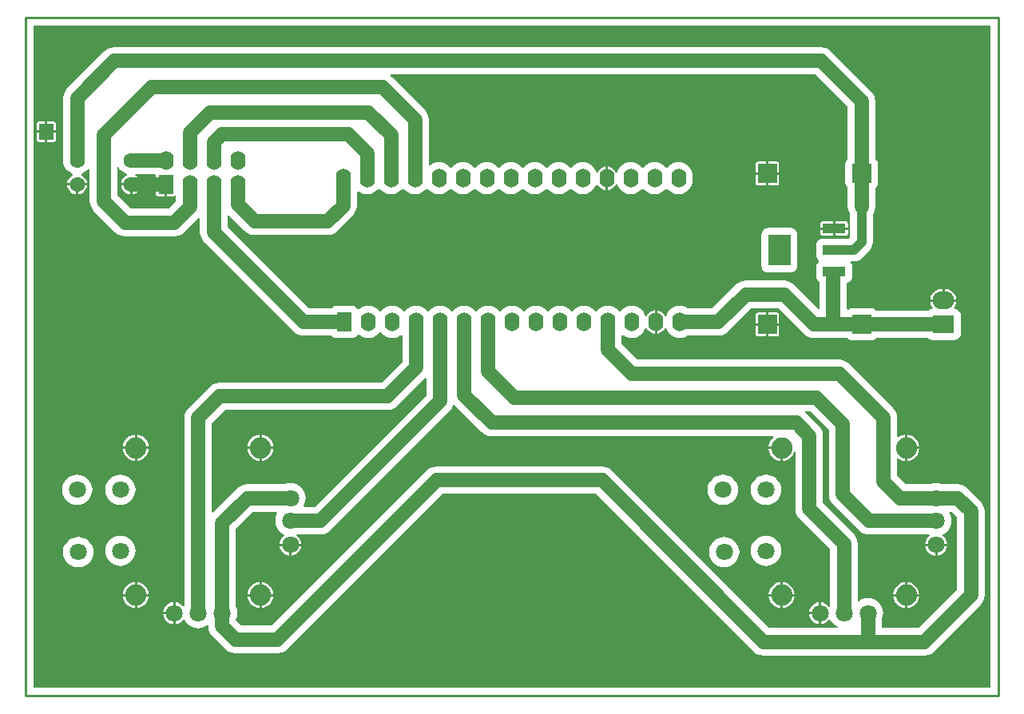
<source format=gbl>
G04 Layer_Physical_Order=2*
G04 Layer_Color=16711680*
%FSLAX44Y44*%
%MOMM*%
G71*
G01*
G75*
%ADD10R,2.4000X1.0000*%
%ADD11R,2.4000X3.3000*%
%ADD12R,1.5240X1.6510*%
%ADD13C,1.5000*%
%ADD14C,0.2540*%
%ADD15C,1.0000*%
%ADD16R,2.0015X2.0015*%
%ADD17O,1.6000X2.0000*%
%ADD18R,1.6000X2.0000*%
%ADD19C,2.2500*%
%ADD20C,1.8000*%
%ADD21R,2.2860X1.9050*%
%ADD22O,2.2860X1.9050*%
%ADD23C,1.6000*%
G36*
X1022899Y8341D02*
X8341D01*
Y710479D01*
X1022899D01*
Y8341D01*
D02*
G37*
%LPC*%
G36*
X156210Y99102D02*
X154467Y98873D01*
X151660Y97710D01*
X149250Y95860D01*
X147400Y93450D01*
X146237Y90642D01*
X146008Y88900D01*
X156210D01*
Y99102D01*
D02*
G37*
G36*
X118110Y276632D02*
Y264160D01*
X130582D01*
X130275Y266490D01*
X128885Y269844D01*
X126675Y272725D01*
X123794Y274935D01*
X120440Y276325D01*
X118110Y276632D01*
D02*
G37*
G36*
X947192Y261620D02*
X934720D01*
Y249148D01*
X937050Y249455D01*
X940405Y250844D01*
X943285Y253055D01*
X945496Y255935D01*
X946885Y259290D01*
X947192Y261620D01*
D02*
G37*
G36*
X115570Y276632D02*
X113240Y276325D01*
X109886Y274935D01*
X107005Y272725D01*
X104795Y269844D01*
X103405Y266490D01*
X103098Y264160D01*
X115570D01*
Y276632D01*
D02*
G37*
G36*
X934720D02*
Y264160D01*
X947192D01*
X946885Y266490D01*
X945496Y269844D01*
X943285Y272725D01*
X940405Y274935D01*
X937050Y276325D01*
X934720Y276632D01*
D02*
G37*
G36*
X796138Y406297D02*
X787400D01*
Y394970D01*
X798727D01*
Y403708D01*
X798530Y404699D01*
X797969Y405539D01*
X797129Y406100D01*
X796138Y406297D01*
D02*
G37*
G36*
X843280Y687725D02*
X93980D01*
X90195Y687227D01*
X86667Y685766D01*
X83638Y683441D01*
X44268Y644072D01*
X41944Y641043D01*
X40483Y637515D01*
X39985Y633730D01*
Y571151D01*
X39827Y570630D01*
X39537Y567690D01*
X39827Y564749D01*
X40685Y561922D01*
X42078Y559316D01*
X43952Y557032D01*
X46236Y555158D01*
X48842Y553765D01*
X50348Y553308D01*
X50415Y551961D01*
X49295Y551497D01*
X47093Y549807D01*
X45403Y547606D01*
X44341Y545042D01*
X44146Y543560D01*
X65074D01*
X64879Y545042D01*
X63817Y547606D01*
X62127Y549807D01*
X59925Y551497D01*
X58805Y551961D01*
X58872Y553308D01*
X60378Y553765D01*
X62984Y555158D01*
X65268Y557032D01*
X66655Y558722D01*
X67925Y558268D01*
Y524510D01*
X68423Y520725D01*
X69884Y517197D01*
X72208Y514169D01*
X95069Y491309D01*
X98097Y488984D01*
X101625Y487523D01*
X105410Y487025D01*
X157480D01*
X161265Y487523D01*
X164793Y488984D01*
X167822Y491309D01*
X183495Y506982D01*
X184765Y506456D01*
Y491490D01*
X185263Y487705D01*
X186724Y484177D01*
X189049Y481148D01*
X284298Y385899D01*
X287327Y383574D01*
X290855Y382113D01*
X294640Y381615D01*
X324546D01*
X324827Y381247D01*
X326290Y380126D01*
X327993Y379420D01*
X329820Y379180D01*
X345820D01*
X347647Y379420D01*
X349350Y380126D01*
X350812Y381247D01*
X351814Y382553D01*
X352129Y382736D01*
X353389Y382903D01*
X354846Y381708D01*
X357452Y380315D01*
X360280Y379457D01*
X363220Y379167D01*
X366161Y379457D01*
X368988Y380315D01*
X371594Y381708D01*
X373878Y383582D01*
X375102Y385074D01*
X376738D01*
X377962Y383582D01*
X380246Y381708D01*
X382852Y380315D01*
X385680Y379457D01*
X388620Y379167D01*
X391561Y379457D01*
X394388Y380315D01*
X396994Y381708D01*
X398125Y382636D01*
X399395Y382035D01*
Y354038D01*
X377482Y332125D01*
X205740D01*
X201955Y331627D01*
X198427Y330166D01*
X195399Y327841D01*
X172539Y304981D01*
X170214Y301953D01*
X168753Y298425D01*
X168255Y294640D01*
Y95038D01*
X167124Y94294D01*
X166899Y94311D01*
X165710Y95860D01*
X163300Y97710D01*
X160492Y98873D01*
X158750Y99102D01*
Y87630D01*
Y76158D01*
X160492Y76387D01*
X163300Y77550D01*
X165710Y79400D01*
X166899Y80949D01*
X168387Y80802D01*
X169512Y78698D01*
X171511Y76262D01*
X173948Y74262D01*
X176727Y72776D01*
X179743Y71862D01*
X182880Y71553D01*
X186017Y71862D01*
X189033Y72776D01*
X191812Y74262D01*
X192507Y74832D01*
X193655Y74289D01*
Y73660D01*
X194153Y69875D01*
X195614Y66347D01*
X197938Y63319D01*
X211908Y49349D01*
X214937Y47024D01*
X218465Y45563D01*
X222250Y45065D01*
X266700D01*
X270485Y45563D01*
X274013Y47024D01*
X277041Y49349D01*
X441668Y213975D01*
X604812D01*
X771979Y46809D01*
X775007Y44484D01*
X778535Y43023D01*
X782320Y42525D01*
X952500D01*
X956285Y43023D01*
X959813Y44484D01*
X962841Y46809D01*
X1012372Y96339D01*
X1014696Y99367D01*
X1016157Y102895D01*
X1016655Y106680D01*
Y195580D01*
X1016157Y199365D01*
X1014696Y202893D01*
X1012372Y205921D01*
X998401Y219891D01*
X995373Y222216D01*
X991845Y223677D01*
X988060Y224175D01*
X971780D01*
X971353Y224404D01*
X968336Y225319D01*
X965200Y225627D01*
X962064Y225319D01*
X959047Y224404D01*
X958620Y224175D01*
X933158D01*
X923945Y233388D01*
Y251366D01*
X925084Y251927D01*
X926496Y250844D01*
X929850Y249455D01*
X932180Y249148D01*
Y262890D01*
Y276632D01*
X929850Y276325D01*
X926496Y274935D01*
X925084Y273853D01*
X923945Y274414D01*
Y294640D01*
X923447Y298425D01*
X921986Y301953D01*
X919661Y304981D01*
X872672Y351972D01*
X869643Y354296D01*
X866115Y355757D01*
X862330Y356255D01*
X648678D01*
X631845Y373088D01*
Y382035D01*
X633115Y382636D01*
X634246Y381708D01*
X636852Y380315D01*
X639679Y379457D01*
X642620Y379167D01*
X645561Y379457D01*
X648388Y380315D01*
X650994Y381708D01*
X653278Y383582D01*
X655152Y385866D01*
X656545Y388472D01*
X657002Y389978D01*
X658349Y390045D01*
X658813Y388924D01*
X660503Y386723D01*
X662704Y385033D01*
X665268Y383971D01*
X666750Y383776D01*
Y396240D01*
Y408704D01*
X665268Y408509D01*
X662704Y407447D01*
X660503Y405757D01*
X658813Y403555D01*
X658349Y402435D01*
X657002Y402502D01*
X656545Y404008D01*
X655152Y406614D01*
X653278Y408898D01*
X650994Y410772D01*
X648388Y412165D01*
X645561Y413023D01*
X642620Y413313D01*
X639679Y413023D01*
X636852Y412165D01*
X634246Y410772D01*
X631962Y408898D01*
X630738Y407407D01*
X629102D01*
X627878Y408898D01*
X625594Y410772D01*
X622988Y412165D01*
X620160Y413023D01*
X617220Y413313D01*
X614280Y413023D01*
X611452Y412165D01*
X608846Y410772D01*
X606562Y408898D01*
X605338Y407407D01*
X603702D01*
X602478Y408898D01*
X600194Y410772D01*
X597588Y412165D01*
X594761Y413023D01*
X591820Y413313D01*
X588880Y413023D01*
X586052Y412165D01*
X583446Y410772D01*
X581162Y408898D01*
X579938Y407407D01*
X578302D01*
X577078Y408898D01*
X574794Y410772D01*
X572188Y412165D01*
X569361Y413023D01*
X566420Y413313D01*
X563479Y413023D01*
X560652Y412165D01*
X558046Y410772D01*
X555762Y408898D01*
X554538Y407407D01*
X552902D01*
X551678Y408898D01*
X549394Y410772D01*
X546788Y412165D01*
X543960Y413023D01*
X541020Y413313D01*
X538079Y413023D01*
X535252Y412165D01*
X532646Y410772D01*
X530362Y408898D01*
X529138Y407407D01*
X527502D01*
X526278Y408898D01*
X523994Y410772D01*
X521388Y412165D01*
X518560Y413023D01*
X515620Y413313D01*
X512679Y413023D01*
X509852Y412165D01*
X507246Y410772D01*
X504962Y408898D01*
X503738Y407407D01*
X502102D01*
X500878Y408898D01*
X498594Y410772D01*
X495988Y412165D01*
X493161Y413023D01*
X490220Y413313D01*
X487280Y413023D01*
X484452Y412165D01*
X481846Y410772D01*
X479562Y408898D01*
X478338Y407407D01*
X476702D01*
X475478Y408898D01*
X473194Y410772D01*
X470588Y412165D01*
X467761Y413023D01*
X464820Y413313D01*
X461880Y413023D01*
X459052Y412165D01*
X456446Y410772D01*
X454162Y408898D01*
X452938Y407407D01*
X451302D01*
X450078Y408898D01*
X447794Y410772D01*
X445188Y412165D01*
X442360Y413023D01*
X439420Y413313D01*
X436479Y413023D01*
X433652Y412165D01*
X431046Y410772D01*
X428762Y408898D01*
X427538Y407407D01*
X425902D01*
X424678Y408898D01*
X422394Y410772D01*
X419788Y412165D01*
X416960Y413023D01*
X414020Y413313D01*
X411079Y413023D01*
X408252Y412165D01*
X405646Y410772D01*
X403362Y408898D01*
X402138Y407407D01*
X400502D01*
X399278Y408898D01*
X396994Y410772D01*
X394388Y412165D01*
X391561Y413023D01*
X388620Y413313D01*
X385680Y413023D01*
X382852Y412165D01*
X380246Y410772D01*
X377962Y408898D01*
X376738Y407407D01*
X375102D01*
X373878Y408898D01*
X371594Y410772D01*
X368988Y412165D01*
X366161Y413023D01*
X363220Y413313D01*
X360280Y413023D01*
X357452Y412165D01*
X354846Y410772D01*
X353389Y409577D01*
X352129Y409744D01*
X351814Y409927D01*
X350812Y411232D01*
X349350Y412355D01*
X347647Y413060D01*
X345820Y413300D01*
X329820D01*
X327993Y413060D01*
X326290Y412355D01*
X324827Y411232D01*
X324546Y410865D01*
X300698D01*
X214015Y497548D01*
Y508996D01*
X215285Y509522D01*
X232229Y492579D01*
X235257Y490254D01*
X238785Y488793D01*
X242570Y488295D01*
X320040D01*
X323825Y488793D01*
X327353Y490254D01*
X330382Y492579D01*
X346892Y509089D01*
X349216Y512117D01*
X350677Y515645D01*
X351175Y519430D01*
Y534435D01*
X352445Y535036D01*
X353576Y534108D01*
X356182Y532715D01*
X359010Y531857D01*
X361950Y531567D01*
X364891Y531857D01*
X367718Y532715D01*
X370324Y534108D01*
X372608Y535982D01*
X373832Y537473D01*
X375468D01*
X376692Y535982D01*
X378976Y534108D01*
X381582Y532715D01*
X384409Y531857D01*
X387350Y531567D01*
X390290Y531857D01*
X393118Y532715D01*
X395724Y534108D01*
X398008Y535982D01*
X399232Y537473D01*
X400868D01*
X402092Y535982D01*
X404376Y534108D01*
X406982Y532715D01*
X409809Y531857D01*
X412750Y531567D01*
X415690Y531857D01*
X418518Y532715D01*
X421124Y534108D01*
X423408Y535982D01*
X424632Y537473D01*
X426268D01*
X427492Y535982D01*
X429776Y534108D01*
X432382Y532715D01*
X435210Y531857D01*
X438150Y531567D01*
X441091Y531857D01*
X443918Y532715D01*
X446524Y534108D01*
X448808Y535982D01*
X450032Y537473D01*
X451668D01*
X452892Y535982D01*
X455176Y534108D01*
X457782Y532715D01*
X460610Y531857D01*
X463550Y531567D01*
X466491Y531857D01*
X469318Y532715D01*
X471924Y534108D01*
X474208Y535982D01*
X475432Y537473D01*
X477068D01*
X478292Y535982D01*
X480576Y534108D01*
X483182Y532715D01*
X486009Y531857D01*
X488950Y531567D01*
X491890Y531857D01*
X494718Y532715D01*
X497324Y534108D01*
X499608Y535982D01*
X500832Y537473D01*
X502468D01*
X503692Y535982D01*
X505976Y534108D01*
X508582Y532715D01*
X511409Y531857D01*
X514350Y531567D01*
X517290Y531857D01*
X520118Y532715D01*
X522724Y534108D01*
X525008Y535982D01*
X526232Y537473D01*
X527868D01*
X529092Y535982D01*
X531376Y534108D01*
X533982Y532715D01*
X536810Y531857D01*
X539750Y531567D01*
X542691Y531857D01*
X545518Y532715D01*
X548124Y534108D01*
X550408Y535982D01*
X551632Y537473D01*
X553268D01*
X554492Y535982D01*
X556776Y534108D01*
X559382Y532715D01*
X562210Y531857D01*
X565150Y531567D01*
X568091Y531857D01*
X570918Y532715D01*
X573524Y534108D01*
X575808Y535982D01*
X577032Y537473D01*
X578668D01*
X579892Y535982D01*
X582176Y534108D01*
X584782Y532715D01*
X587609Y531857D01*
X590550Y531567D01*
X593490Y531857D01*
X596318Y532715D01*
X598924Y534108D01*
X601208Y535982D01*
X603082Y538266D01*
X604475Y540872D01*
X604932Y542378D01*
X606279Y542444D01*
X606743Y541325D01*
X608433Y539123D01*
X610634Y537433D01*
X613199Y536371D01*
X614680Y536176D01*
Y548640D01*
Y561104D01*
X613199Y560909D01*
X610634Y559847D01*
X608433Y558157D01*
X606743Y555956D01*
X606279Y554836D01*
X604932Y554902D01*
X604475Y556408D01*
X603082Y559014D01*
X601208Y561298D01*
X598924Y563172D01*
X596318Y564565D01*
X593490Y565423D01*
X590550Y565713D01*
X587609Y565423D01*
X584782Y564565D01*
X582176Y563172D01*
X579892Y561298D01*
X578668Y559807D01*
X577032D01*
X575808Y561298D01*
X573524Y563172D01*
X570918Y564565D01*
X568091Y565423D01*
X565150Y565713D01*
X562210Y565423D01*
X559382Y564565D01*
X556776Y563172D01*
X554492Y561298D01*
X553268Y559807D01*
X551632D01*
X550408Y561298D01*
X548124Y563172D01*
X545518Y564565D01*
X542691Y565423D01*
X539750Y565713D01*
X536810Y565423D01*
X533982Y564565D01*
X531376Y563172D01*
X529092Y561298D01*
X527868Y559807D01*
X526232D01*
X525008Y561298D01*
X522724Y563172D01*
X520118Y564565D01*
X517290Y565423D01*
X514350Y565713D01*
X511409Y565423D01*
X508582Y564565D01*
X505976Y563172D01*
X503692Y561298D01*
X502468Y559807D01*
X500832D01*
X499608Y561298D01*
X497324Y563172D01*
X494718Y564565D01*
X491890Y565423D01*
X488950Y565713D01*
X486009Y565423D01*
X483182Y564565D01*
X480576Y563172D01*
X478292Y561298D01*
X477068Y559807D01*
X475432D01*
X474208Y561298D01*
X471924Y563172D01*
X469318Y564565D01*
X466491Y565423D01*
X463550Y565713D01*
X460610Y565423D01*
X457782Y564565D01*
X455176Y563172D01*
X452892Y561298D01*
X451668Y559807D01*
X450032D01*
X448808Y561298D01*
X446524Y563172D01*
X443918Y564565D01*
X441091Y565423D01*
X438150Y565713D01*
X435210Y565423D01*
X432382Y564565D01*
X429776Y563172D01*
X428645Y562244D01*
X427375Y562845D01*
Y610870D01*
X426877Y614655D01*
X425416Y618183D01*
X423092Y621212D01*
X388801Y655501D01*
X386582Y657205D01*
X387013Y658475D01*
X837222D01*
X871505Y624192D01*
Y568988D01*
X871130Y568700D01*
X870008Y567238D01*
X869302Y565535D01*
X869062Y563707D01*
Y543692D01*
X869302Y541865D01*
X870008Y540162D01*
X871130Y538700D01*
X871505Y538412D01*
Y518490D01*
X872003Y514705D01*
X873464Y511178D01*
X874026Y510445D01*
Y486013D01*
X872557Y484544D01*
X857040D01*
X856712Y484500D01*
X845040D01*
X843213Y484260D01*
X841510Y483554D01*
X840048Y482433D01*
X838926Y480970D01*
X838220Y479267D01*
X837980Y477440D01*
Y467440D01*
X838220Y465613D01*
X838926Y463910D01*
X840048Y462448D01*
X841008Y461711D01*
X841082Y461540D01*
Y460339D01*
X841008Y460169D01*
X840048Y459432D01*
X838926Y457970D01*
X838220Y456267D01*
X837980Y454440D01*
Y444440D01*
X838220Y442612D01*
X838926Y440910D01*
X840048Y439447D01*
X841355Y438444D01*
Y410348D01*
X840182Y409861D01*
X814251Y435792D01*
X811223Y438116D01*
X807695Y439577D01*
X803910Y440075D01*
X763270D01*
X759485Y439577D01*
X755957Y438116D01*
X752928Y435792D01*
X728002Y410865D01*
X701620D01*
X699188Y412165D01*
X696360Y413023D01*
X693420Y413313D01*
X690480Y413023D01*
X687652Y412165D01*
X685046Y410772D01*
X682762Y408898D01*
X680888Y406614D01*
X679495Y404008D01*
X679038Y402502D01*
X677691Y402435D01*
X677227Y403555D01*
X675537Y405757D01*
X673335Y407447D01*
X670771Y408509D01*
X669290Y408704D01*
Y396240D01*
Y383776D01*
X670771Y383971D01*
X673335Y385033D01*
X675537Y386723D01*
X677227Y388924D01*
X677691Y390045D01*
X679038Y389978D01*
X679495Y388472D01*
X680888Y385866D01*
X682762Y383582D01*
X685046Y381708D01*
X687652Y380315D01*
X690480Y379457D01*
X693420Y379167D01*
X696360Y379457D01*
X699188Y380315D01*
X701620Y381615D01*
X734060D01*
X737845Y382113D01*
X741373Y383574D01*
X744401Y385899D01*
X769328Y410825D01*
X797852D01*
X825319Y383358D01*
X828347Y381034D01*
X831875Y379573D01*
X835660Y379075D01*
X870842D01*
X871130Y378700D01*
X872592Y377578D01*
X874295Y376873D01*
X876122Y376632D01*
X896137D01*
X897965Y376873D01*
X899668Y377578D01*
X901130Y378700D01*
X901418Y379075D01*
X956538D01*
X957860Y378060D01*
X959563Y377355D01*
X961390Y377115D01*
X984250D01*
X986077Y377355D01*
X987780Y378060D01*
X989242Y379183D01*
X990365Y380645D01*
X991070Y382348D01*
X991310Y384175D01*
Y403225D01*
X991070Y405052D01*
X990365Y406755D01*
X989242Y408218D01*
X987780Y409339D01*
X986077Y410045D01*
X984722Y410223D01*
X984169Y411252D01*
X984143Y411555D01*
X985264Y413015D01*
X986479Y415950D01*
X986727Y417830D01*
X972820D01*
X958913D01*
X959161Y415950D01*
X960376Y413015D01*
X961497Y411555D01*
X961471Y411252D01*
X960918Y410223D01*
X959563Y410045D01*
X957860Y409339D01*
X956538Y408325D01*
X901418D01*
X901130Y408700D01*
X899668Y409822D01*
X897965Y410527D01*
X896137Y410768D01*
X876122D01*
X874295Y410527D01*
X872592Y409822D01*
X871875Y409272D01*
X870605Y409898D01*
Y437585D01*
X870868Y437620D01*
X872570Y438325D01*
X874033Y439447D01*
X875155Y440910D01*
X875860Y442612D01*
X876101Y444440D01*
Y454440D01*
X875860Y456267D01*
X875155Y457970D01*
X874313Y459066D01*
X874813Y460336D01*
X877570D01*
X880703Y460749D01*
X883622Y461958D01*
X886128Y463881D01*
X894688Y472441D01*
X896612Y474948D01*
X897821Y477867D01*
X898233Y481000D01*
Y510445D01*
X898795Y511178D01*
X900257Y514705D01*
X900755Y518490D01*
Y538412D01*
X901130Y538700D01*
X902252Y540162D01*
X902957Y541865D01*
X903198Y543692D01*
Y563707D01*
X902957Y565535D01*
X902252Y567238D01*
X901130Y568700D01*
X900755Y568988D01*
Y630250D01*
X900257Y634035D01*
X898795Y637563D01*
X896471Y640592D01*
X853622Y683441D01*
X850593Y685766D01*
X847065Y687227D01*
X843280Y687725D01*
D02*
G37*
G36*
X784860Y406297D02*
X776122D01*
X775131Y406100D01*
X774291Y405539D01*
X773730Y404699D01*
X773533Y403708D01*
Y394970D01*
X784860D01*
Y406297D01*
D02*
G37*
G36*
Y392430D02*
X773533D01*
Y383692D01*
X773730Y382701D01*
X774291Y381861D01*
X775131Y381300D01*
X776122Y381103D01*
X784860D01*
Y392430D01*
D02*
G37*
G36*
X798727D02*
X787400D01*
Y381103D01*
X796138D01*
X797129Y381300D01*
X797969Y381861D01*
X798530Y382701D01*
X798727Y383692D01*
Y392430D01*
D02*
G37*
G36*
X100330Y169747D02*
X97193Y169438D01*
X94177Y168524D01*
X91398Y167038D01*
X88961Y165039D01*
X86962Y162602D01*
X85476Y159823D01*
X84562Y156806D01*
X84253Y153670D01*
X84562Y150534D01*
X85476Y147517D01*
X86962Y144738D01*
X88961Y142302D01*
X91398Y140302D01*
X94177Y138816D01*
X97193Y137901D01*
X100330Y137593D01*
X103467Y137901D01*
X106483Y138816D01*
X109262Y140302D01*
X111699Y142302D01*
X113698Y144738D01*
X115184Y147517D01*
X116098Y150534D01*
X116407Y153670D01*
X116098Y156806D01*
X115184Y159823D01*
X113698Y162602D01*
X111699Y165039D01*
X109262Y167038D01*
X106483Y168524D01*
X103467Y169438D01*
X100330Y169747D01*
D02*
G37*
G36*
X130582Y105410D02*
X118110D01*
Y92938D01*
X120440Y93245D01*
X123794Y94635D01*
X126675Y96845D01*
X128885Y99726D01*
X130275Y103080D01*
X130582Y105410D01*
D02*
G37*
G36*
X55880Y168477D02*
X52744Y168169D01*
X49727Y167254D01*
X46948Y165768D01*
X44511Y163769D01*
X42512Y161332D01*
X41026Y158553D01*
X40111Y155536D01*
X39803Y152400D01*
X40111Y149263D01*
X41026Y146247D01*
X42512Y143468D01*
X44511Y141032D01*
X46948Y139032D01*
X49727Y137546D01*
X52744Y136631D01*
X55880Y136323D01*
X59016Y136631D01*
X62033Y137546D01*
X64812Y139032D01*
X67249Y141032D01*
X69248Y143468D01*
X70734Y146247D01*
X71649Y149263D01*
X71957Y152400D01*
X71649Y155536D01*
X70734Y158553D01*
X69248Y161332D01*
X67249Y163769D01*
X64812Y165768D01*
X62033Y167254D01*
X59016Y168169D01*
X55880Y168477D01*
D02*
G37*
G36*
X118110Y120422D02*
Y107950D01*
X130582D01*
X130275Y110280D01*
X128885Y113635D01*
X126675Y116515D01*
X123794Y118726D01*
X120440Y120115D01*
X118110Y120422D01*
D02*
G37*
G36*
X115570D02*
X113240Y120115D01*
X109886Y118726D01*
X107005Y116515D01*
X104795Y113635D01*
X103405Y110280D01*
X103098Y107950D01*
X115570D01*
Y120422D01*
D02*
G37*
G36*
Y105410D02*
X103098D01*
X103405Y103080D01*
X104795Y99726D01*
X107005Y96845D01*
X109886Y94635D01*
X113240Y93245D01*
X115570Y92938D01*
Y105410D01*
D02*
G37*
G36*
X130582Y261620D02*
X118110D01*
Y249148D01*
X120440Y249455D01*
X123794Y250844D01*
X126675Y253055D01*
X128885Y255935D01*
X130275Y259290D01*
X130582Y261620D01*
D02*
G37*
G36*
X115570D02*
X103098D01*
X103405Y259290D01*
X104795Y255935D01*
X107005Y253055D01*
X109886Y250844D01*
X113240Y249455D01*
X115570Y249148D01*
Y261620D01*
D02*
G37*
G36*
X54610Y234517D02*
X51473Y234209D01*
X48457Y233294D01*
X45678Y231808D01*
X43242Y229809D01*
X41242Y227372D01*
X39756Y224593D01*
X38842Y221576D01*
X38533Y218440D01*
X38842Y215303D01*
X39756Y212287D01*
X41242Y209508D01*
X43242Y207071D01*
X45678Y205072D01*
X48457Y203586D01*
X51473Y202672D01*
X54610Y202363D01*
X57747Y202672D01*
X60763Y203586D01*
X63542Y205072D01*
X65978Y207071D01*
X67978Y209508D01*
X69464Y212287D01*
X70378Y215303D01*
X70687Y218440D01*
X70378Y221576D01*
X69464Y224593D01*
X67978Y227372D01*
X65978Y229809D01*
X63542Y231808D01*
X60763Y233294D01*
X57747Y234209D01*
X54610Y234517D01*
D02*
G37*
G36*
X100330D02*
X97193Y234209D01*
X94177Y233294D01*
X91398Y231808D01*
X88961Y229809D01*
X86962Y227372D01*
X85476Y224593D01*
X84562Y221576D01*
X84253Y218440D01*
X84562Y215303D01*
X85476Y212287D01*
X86962Y209508D01*
X88961Y207071D01*
X91398Y205072D01*
X94177Y203586D01*
X97193Y202672D01*
X100330Y202363D01*
X103467Y202672D01*
X106483Y203586D01*
X109262Y205072D01*
X111699Y207071D01*
X113698Y209508D01*
X115184Y212287D01*
X116098Y215303D01*
X116407Y218440D01*
X116098Y221576D01*
X115184Y224593D01*
X113698Y227372D01*
X111699Y229809D01*
X109262Y231808D01*
X106483Y233294D01*
X103467Y234209D01*
X100330Y234517D01*
D02*
G37*
G36*
X971550Y431269D02*
X970915D01*
X967765Y430854D01*
X964830Y429639D01*
X962310Y427705D01*
X960376Y425185D01*
X959161Y422250D01*
X958913Y420370D01*
X971550D01*
Y431269D01*
D02*
G37*
G36*
X692150Y565713D02*
X689210Y565423D01*
X686382Y564565D01*
X683776Y563172D01*
X681492Y561298D01*
X680268Y559807D01*
X678632D01*
X677408Y561298D01*
X675124Y563172D01*
X672518Y564565D01*
X669690Y565423D01*
X666750Y565713D01*
X663810Y565423D01*
X660982Y564565D01*
X658376Y563172D01*
X656092Y561298D01*
X654868Y559807D01*
X653232D01*
X652008Y561298D01*
X649724Y563172D01*
X647118Y564565D01*
X644290Y565423D01*
X641350Y565713D01*
X638410Y565423D01*
X635582Y564565D01*
X632976Y563172D01*
X630692Y561298D01*
X628818Y559014D01*
X627425Y556408D01*
X626968Y554902D01*
X625621Y554836D01*
X625157Y555956D01*
X623467Y558157D01*
X621265Y559847D01*
X618702Y560909D01*
X617220Y561104D01*
Y548640D01*
Y536176D01*
X618702Y536371D01*
X621265Y537433D01*
X623467Y539123D01*
X625157Y541325D01*
X625621Y542444D01*
X626968Y542378D01*
X627425Y540872D01*
X628818Y538266D01*
X630692Y535982D01*
X632976Y534108D01*
X635582Y532715D01*
X638410Y531857D01*
X641350Y531567D01*
X644290Y531857D01*
X647118Y532715D01*
X649724Y534108D01*
X652008Y535982D01*
X653232Y537473D01*
X654868D01*
X656092Y535982D01*
X658376Y534108D01*
X660982Y532715D01*
X663810Y531857D01*
X666750Y531567D01*
X669690Y531857D01*
X672518Y532715D01*
X675124Y534108D01*
X677408Y535982D01*
X678632Y537473D01*
X680268D01*
X681492Y535982D01*
X683776Y534108D01*
X686382Y532715D01*
X689210Y531857D01*
X692150Y531567D01*
X695090Y531857D01*
X697918Y532715D01*
X700524Y534108D01*
X702808Y535982D01*
X704682Y538266D01*
X706075Y540872D01*
X706933Y543699D01*
X707223Y546640D01*
Y550640D01*
X706933Y553581D01*
X706075Y556408D01*
X704682Y559014D01*
X702808Y561298D01*
X700524Y563172D01*
X697918Y564565D01*
X695090Y565423D01*
X692150Y565713D01*
D02*
G37*
G36*
X784860Y552430D02*
X773533D01*
Y543692D01*
X773730Y542701D01*
X774291Y541861D01*
X775131Y541300D01*
X776122Y541102D01*
X784860D01*
Y552430D01*
D02*
G37*
G36*
X65074Y541020D02*
X55880D01*
Y531826D01*
X57361Y532021D01*
X59925Y533083D01*
X62127Y534773D01*
X63817Y536974D01*
X64879Y539538D01*
X65074Y541020D01*
D02*
G37*
G36*
X29465Y609015D02*
X23115D01*
Y599440D01*
X32055D01*
Y606425D01*
X31857Y607416D01*
X31296Y608256D01*
X30456Y608818D01*
X29465Y609015D01*
D02*
G37*
G36*
X798727Y552430D02*
X787400D01*
Y541102D01*
X796138D01*
X797129Y541300D01*
X797969Y541861D01*
X798530Y542701D01*
X798727Y543692D01*
Y552430D01*
D02*
G37*
G36*
X784860Y566297D02*
X776122D01*
X775131Y566100D01*
X774291Y565538D01*
X773730Y564698D01*
X773533Y563707D01*
Y554970D01*
X784860D01*
Y566297D01*
D02*
G37*
G36*
X796138D02*
X787400D01*
Y554970D01*
X798727D01*
Y563707D01*
X798530Y564698D01*
X797969Y565538D01*
X797129Y566100D01*
X796138Y566297D01*
D02*
G37*
G36*
X20575Y609015D02*
X14225D01*
X13234Y608818D01*
X12394Y608256D01*
X11832Y607416D01*
X11635Y606425D01*
Y599440D01*
X20575D01*
Y609015D01*
D02*
G37*
G36*
X32055Y596900D02*
X23115D01*
Y587325D01*
X29465D01*
X30456Y587522D01*
X31296Y588084D01*
X31857Y588924D01*
X32055Y589915D01*
Y596900D01*
D02*
G37*
G36*
X53340Y541020D02*
X44146D01*
X44341Y539538D01*
X45403Y536974D01*
X47093Y534773D01*
X49295Y533083D01*
X51859Y532021D01*
X53340Y531826D01*
Y541020D01*
D02*
G37*
G36*
X855770Y503030D02*
X845040D01*
X844049Y502833D01*
X843209Y502271D01*
X842648Y501431D01*
X842450Y500440D01*
Y496710D01*
X855770D01*
Y503030D01*
D02*
G37*
G36*
X811040Y496000D02*
X787040D01*
X785212Y495760D01*
X783510Y495055D01*
X782047Y493932D01*
X780925Y492470D01*
X780220Y490767D01*
X779979Y488940D01*
Y455940D01*
X780220Y454113D01*
X780925Y452410D01*
X782047Y450947D01*
X783510Y449826D01*
X785212Y449120D01*
X787040Y448880D01*
X811040D01*
X812867Y449120D01*
X814570Y449826D01*
X816032Y450947D01*
X817154Y452410D01*
X817860Y454113D01*
X818100Y455940D01*
Y488940D01*
X817860Y490767D01*
X817154Y492470D01*
X816032Y493932D01*
X814570Y495055D01*
X812867Y495760D01*
X811040Y496000D01*
D02*
G37*
G36*
X855770Y494170D02*
X842450D01*
Y490440D01*
X842648Y489449D01*
X843209Y488609D01*
X844049Y488048D01*
X845040Y487850D01*
X855770D01*
Y494170D01*
D02*
G37*
G36*
X871630D02*
X858310D01*
Y487850D01*
X869040D01*
X870031Y488048D01*
X870871Y488609D01*
X871433Y489449D01*
X871630Y490440D01*
Y494170D01*
D02*
G37*
G36*
X20575Y596900D02*
X11635D01*
Y589915D01*
X11832Y588924D01*
X12394Y588084D01*
X13234Y587522D01*
X14225Y587325D01*
X20575D01*
Y596900D01*
D02*
G37*
G36*
X156210Y86360D02*
X146008D01*
X146237Y84618D01*
X147400Y81810D01*
X149250Y79400D01*
X151660Y77550D01*
X154467Y76387D01*
X156210Y76158D01*
Y86360D01*
D02*
G37*
G36*
X869040Y503030D02*
X858310D01*
Y496710D01*
X871630D01*
Y500440D01*
X871433Y501431D01*
X870871Y502271D01*
X870031Y502833D01*
X869040Y503030D01*
D02*
G37*
G36*
X974725Y431269D02*
X974090D01*
Y420370D01*
X986727D01*
X986479Y422250D01*
X985264Y425185D01*
X983330Y427705D01*
X980810Y429639D01*
X977875Y430854D01*
X974725Y431269D01*
D02*
G37*
%LPD*%
G36*
X483689Y279219D02*
X486717Y276894D01*
X490245Y275433D01*
X494030Y274935D01*
X792439D01*
X792847Y273732D01*
X791535Y272725D01*
X789324Y269844D01*
X787935Y266490D01*
X787628Y264160D01*
X801370D01*
Y262890D01*
X802640D01*
Y249148D01*
X804970Y249455D01*
X808325Y250844D01*
X811205Y253055D01*
X813416Y255935D01*
X814685Y259000D01*
X815955Y258747D01*
Y198120D01*
X816453Y194335D01*
X817914Y190807D01*
X820238Y187778D01*
X852785Y155232D01*
Y95038D01*
X851654Y94294D01*
X851429Y94311D01*
X850240Y95860D01*
X847830Y97710D01*
X845023Y98873D01*
X843280Y99102D01*
Y87630D01*
Y76158D01*
X845023Y76387D01*
X847830Y77550D01*
X850240Y79400D01*
X851429Y80949D01*
X852917Y80802D01*
X854042Y78698D01*
X856041Y76262D01*
X858478Y74262D01*
X860755Y73045D01*
X860437Y71775D01*
X788378D01*
X621212Y238941D01*
X618183Y241266D01*
X614655Y242727D01*
X610870Y243225D01*
X435610D01*
X431825Y242727D01*
X428297Y241266D01*
X425269Y238941D01*
X260642Y74315D01*
X228308D01*
X222905Y79718D01*
Y81050D01*
X223134Y81477D01*
X224049Y84494D01*
X224357Y87630D01*
X224049Y90766D01*
X223134Y93783D01*
X222905Y94210D01*
Y176822D01*
X241008Y194925D01*
X266168D01*
X266929Y193655D01*
X265816Y191573D01*
X264902Y188556D01*
X264593Y185420D01*
X264902Y182283D01*
X265816Y179267D01*
X267302Y176488D01*
X269301Y174051D01*
X271738Y172052D01*
X273842Y170927D01*
X273989Y169439D01*
X272440Y168250D01*
X270590Y165840D01*
X269427Y163032D01*
X269198Y161290D01*
X280670D01*
X292142D01*
X291913Y163032D01*
X290750Y165840D01*
X288900Y168250D01*
X287351Y169439D01*
X287334Y169664D01*
X288078Y170795D01*
X312420D01*
X316205Y171293D01*
X319733Y172754D01*
X322761Y175079D01*
X449762Y302078D01*
X452086Y305107D01*
X453257Y307934D01*
X453773Y308143D01*
X454720Y308187D01*
X483689Y279219D01*
D02*
G37*
G36*
X424795Y336276D02*
Y318478D01*
X306362Y200045D01*
X295172D01*
X294411Y201315D01*
X295524Y203397D01*
X296439Y206413D01*
X296747Y209550D01*
X296439Y212687D01*
X295524Y215703D01*
X294038Y218482D01*
X292038Y220919D01*
X289602Y222918D01*
X286823Y224404D01*
X283806Y225319D01*
X280670Y225627D01*
X277533Y225319D01*
X274517Y224404D01*
X274090Y224175D01*
X234950D01*
X231165Y223677D01*
X227637Y222216D01*
X224608Y219891D01*
X198775Y194058D01*
X197505Y194584D01*
Y288582D01*
X211798Y302875D01*
X383540D01*
X387325Y303373D01*
X390853Y304834D01*
X393881Y307159D01*
X423525Y336802D01*
X424795Y336276D01*
D02*
G37*
G36*
X99228Y559316D02*
X101102Y557032D01*
X103386Y555158D01*
X105992Y553765D01*
X107498Y553308D01*
X107564Y551961D01*
X106445Y551497D01*
X104243Y549807D01*
X102553Y547606D01*
X101491Y545042D01*
X101296Y543560D01*
X122224D01*
X122029Y545042D01*
X120967Y547606D01*
X119277Y549807D01*
X117076Y551497D01*
X116355Y551795D01*
X116608Y553065D01*
X137364D01*
X138000Y552290D01*
Y543560D01*
X148590D01*
Y542290D01*
X149860D01*
Y529700D01*
X156590D01*
X157581Y529897D01*
X158095Y530241D01*
X159184Y529828D01*
X159365Y529678D01*
Y524218D01*
X151422Y516275D01*
X111468D01*
X97175Y530568D01*
Y560462D01*
X98445Y560780D01*
X99228Y559316D01*
D02*
G37*
G36*
X851515Y282232D02*
Y213360D01*
X852013Y209575D01*
X853474Y206047D01*
X855798Y203018D01*
X883738Y175079D01*
X886767Y172754D01*
X890295Y171293D01*
X894080Y170795D01*
X957792D01*
X958536Y169664D01*
X958519Y169439D01*
X956970Y168250D01*
X955120Y165840D01*
X953957Y163032D01*
X953728Y161290D01*
X965200D01*
X976672D01*
X976443Y163032D01*
X975280Y165840D01*
X973430Y168250D01*
X971881Y169439D01*
X972028Y170927D01*
X974132Y172052D01*
X976569Y174051D01*
X978568Y176488D01*
X980054Y179267D01*
X980968Y182283D01*
X981277Y185420D01*
X980968Y188556D01*
X980054Y191573D01*
X978941Y193655D01*
X979702Y194925D01*
X982002D01*
X987405Y189522D01*
Y112738D01*
X946442Y71775D01*
X907435D01*
Y81050D01*
X907664Y81477D01*
X908578Y84494D01*
X908887Y87630D01*
X908578Y90766D01*
X907664Y93783D01*
X906178Y96562D01*
X904178Y98998D01*
X901742Y100998D01*
X898963Y102484D01*
X895947Y103399D01*
X892810Y103707D01*
X889673Y103399D01*
X886657Y102484D01*
X883878Y100998D01*
X883183Y100428D01*
X882035Y100971D01*
Y161290D01*
X881537Y165075D01*
X880076Y168603D01*
X877751Y171632D01*
X845205Y204178D01*
Y275590D01*
X844707Y279375D01*
X843246Y282903D01*
X840921Y285931D01*
X826952Y299902D01*
X826299Y300402D01*
X826707Y301605D01*
X832142D01*
X851515Y282232D01*
D02*
G37*
%LPC*%
G36*
X800100Y120422D02*
X797770Y120115D01*
X794416Y118726D01*
X791535Y116515D01*
X789324Y113635D01*
X787935Y110280D01*
X787628Y107950D01*
X800100D01*
Y120422D01*
D02*
G37*
G36*
X247650D02*
X245320Y120115D01*
X241966Y118726D01*
X239085Y116515D01*
X236875Y113635D01*
X235485Y110280D01*
X235178Y107950D01*
X247650D01*
Y120422D01*
D02*
G37*
G36*
Y105410D02*
X235178D01*
X235485Y103080D01*
X236875Y99726D01*
X239085Y96845D01*
X241966Y94635D01*
X245320Y93245D01*
X247650Y92938D01*
Y105410D01*
D02*
G37*
G36*
X800100D02*
X787628D01*
X787935Y103080D01*
X789324Y99726D01*
X791535Y96845D01*
X794416Y94635D01*
X797770Y93245D01*
X800100Y92938D01*
Y105410D01*
D02*
G37*
G36*
X840740Y86360D02*
X830538D01*
X830767Y84618D01*
X831930Y81810D01*
X833780Y79400D01*
X836190Y77550D01*
X838997Y76387D01*
X840740Y76158D01*
Y86360D01*
D02*
G37*
G36*
Y99102D02*
X838997Y98873D01*
X836190Y97710D01*
X833780Y95860D01*
X831930Y93450D01*
X830767Y90642D01*
X830538Y88900D01*
X840740D01*
Y99102D01*
D02*
G37*
G36*
X815112Y105410D02*
X802640D01*
Y92938D01*
X804970Y93245D01*
X808325Y94635D01*
X811205Y96845D01*
X813416Y99726D01*
X814805Y103080D01*
X815112Y105410D01*
D02*
G37*
G36*
X262662D02*
X250190D01*
Y92938D01*
X252520Y93245D01*
X255875Y94635D01*
X258755Y96845D01*
X260965Y99726D01*
X262355Y103080D01*
X262662Y105410D01*
D02*
G37*
G36*
X800100Y261620D02*
X787628D01*
X787935Y259290D01*
X789324Y255935D01*
X791535Y253055D01*
X794416Y250844D01*
X797770Y249455D01*
X800100Y249148D01*
Y261620D01*
D02*
G37*
G36*
X784860Y234517D02*
X781723Y234209D01*
X778707Y233294D01*
X775928Y231808D01*
X773492Y229809D01*
X771492Y227372D01*
X770006Y224593D01*
X769091Y221576D01*
X768783Y218440D01*
X769091Y215303D01*
X770006Y212287D01*
X771492Y209508D01*
X773492Y207071D01*
X775928Y205072D01*
X778707Y203586D01*
X781723Y202672D01*
X784860Y202363D01*
X787997Y202672D01*
X791013Y203586D01*
X793792Y205072D01*
X796228Y207071D01*
X798228Y209508D01*
X799714Y212287D01*
X800629Y215303D01*
X800937Y218440D01*
X800629Y221576D01*
X799714Y224593D01*
X798228Y227372D01*
X796228Y229809D01*
X793792Y231808D01*
X791013Y233294D01*
X787997Y234209D01*
X784860Y234517D01*
D02*
G37*
G36*
X739140D02*
X736003Y234209D01*
X732987Y233294D01*
X730208Y231808D01*
X727772Y229809D01*
X725772Y227372D01*
X724286Y224593D01*
X723372Y221576D01*
X723063Y218440D01*
X723372Y215303D01*
X724286Y212287D01*
X725772Y209508D01*
X727772Y207071D01*
X730208Y205072D01*
X732987Y203586D01*
X736003Y202672D01*
X739140Y202363D01*
X742277Y202672D01*
X745293Y203586D01*
X748072Y205072D01*
X750508Y207071D01*
X752508Y209508D01*
X753994Y212287D01*
X754909Y215303D01*
X755217Y218440D01*
X754909Y221576D01*
X753994Y224593D01*
X752508Y227372D01*
X750508Y229809D01*
X748072Y231808D01*
X745293Y233294D01*
X742277Y234209D01*
X739140Y234517D01*
D02*
G37*
G36*
X802640Y120422D02*
Y107950D01*
X815112D01*
X814805Y110280D01*
X813416Y113635D01*
X811205Y116515D01*
X808325Y118726D01*
X804970Y120115D01*
X802640Y120422D01*
D02*
G37*
G36*
X740410Y168477D02*
X737273Y168169D01*
X734257Y167254D01*
X731478Y165768D01*
X729042Y163769D01*
X727042Y161332D01*
X725556Y158553D01*
X724641Y155536D01*
X724333Y152400D01*
X724641Y149263D01*
X725556Y146247D01*
X727042Y143468D01*
X729042Y141032D01*
X731478Y139032D01*
X734257Y137546D01*
X737273Y136631D01*
X740410Y136323D01*
X743547Y136631D01*
X746563Y137546D01*
X749342Y139032D01*
X751778Y141032D01*
X753778Y143468D01*
X755264Y146247D01*
X756179Y149263D01*
X756487Y152400D01*
X756179Y155536D01*
X755264Y158553D01*
X753778Y161332D01*
X751778Y163769D01*
X749342Y165768D01*
X746563Y167254D01*
X743547Y168169D01*
X740410Y168477D01*
D02*
G37*
G36*
X250190Y120422D02*
Y107950D01*
X262662D01*
X262355Y110280D01*
X260965Y113635D01*
X258755Y116515D01*
X255875Y118726D01*
X252520Y120115D01*
X250190Y120422D01*
D02*
G37*
G36*
X784860Y169747D02*
X781723Y169438D01*
X778707Y168524D01*
X775928Y167038D01*
X773492Y165039D01*
X771492Y162602D01*
X770006Y159823D01*
X769091Y156806D01*
X768783Y153670D01*
X769091Y150534D01*
X770006Y147517D01*
X771492Y144738D01*
X773492Y142302D01*
X775928Y140302D01*
X778707Y138816D01*
X781723Y137901D01*
X784860Y137593D01*
X787997Y137901D01*
X791013Y138816D01*
X793792Y140302D01*
X796228Y142302D01*
X798228Y144738D01*
X799714Y147517D01*
X800629Y150534D01*
X800937Y153670D01*
X800629Y156806D01*
X799714Y159823D01*
X798228Y162602D01*
X796228Y165039D01*
X793792Y167038D01*
X791013Y168524D01*
X787997Y169438D01*
X784860Y169747D01*
D02*
G37*
G36*
X292142Y158750D02*
X281940D01*
Y148548D01*
X283682Y148777D01*
X286490Y149940D01*
X288900Y151790D01*
X290750Y154200D01*
X291913Y157008D01*
X292142Y158750D01*
D02*
G37*
G36*
X279400D02*
X269198D01*
X269427Y157008D01*
X270590Y154200D01*
X272440Y151790D01*
X274850Y149940D01*
X277658Y148777D01*
X279400Y148548D01*
Y158750D01*
D02*
G37*
G36*
X262662Y261620D02*
X250190D01*
Y249148D01*
X252520Y249455D01*
X255875Y250844D01*
X258755Y253055D01*
X260965Y255935D01*
X262355Y259290D01*
X262662Y261620D01*
D02*
G37*
G36*
X247650D02*
X235178D01*
X235485Y259290D01*
X236875Y255935D01*
X239085Y253055D01*
X241966Y250844D01*
X245320Y249455D01*
X247650Y249148D01*
Y261620D01*
D02*
G37*
G36*
Y276632D02*
X245320Y276325D01*
X241966Y274935D01*
X239085Y272725D01*
X236875Y269844D01*
X235485Y266490D01*
X235178Y264160D01*
X247650D01*
Y276632D01*
D02*
G37*
G36*
X250190D02*
Y264160D01*
X262662D01*
X262355Y266490D01*
X260965Y269844D01*
X258755Y272725D01*
X255875Y274935D01*
X252520Y276325D01*
X250190Y276632D01*
D02*
G37*
G36*
X110490Y541020D02*
X101296D01*
X101491Y539538D01*
X102553Y536974D01*
X104243Y534773D01*
X106445Y533083D01*
X109009Y532021D01*
X110490Y531826D01*
Y541020D01*
D02*
G37*
G36*
X122224D02*
X113030D01*
Y531826D01*
X114511Y532021D01*
X117076Y533083D01*
X119277Y534773D01*
X120967Y536974D01*
X122029Y539538D01*
X122224Y541020D01*
D02*
G37*
G36*
X147320D02*
X138000D01*
Y532290D01*
X138197Y531299D01*
X138759Y530459D01*
X139599Y529897D01*
X140590Y529700D01*
X147320D01*
Y541020D01*
D02*
G37*
G36*
X932180Y120422D02*
X929850Y120115D01*
X926496Y118726D01*
X923615Y116515D01*
X921404Y113635D01*
X920015Y110280D01*
X919708Y107950D01*
X932180D01*
Y120422D01*
D02*
G37*
G36*
X947192Y105410D02*
X934720D01*
Y92938D01*
X937050Y93245D01*
X940405Y94635D01*
X943285Y96845D01*
X945496Y99726D01*
X946885Y103080D01*
X947192Y105410D01*
D02*
G37*
G36*
X932180D02*
X919708D01*
X920015Y103080D01*
X921404Y99726D01*
X923615Y96845D01*
X926496Y94635D01*
X929850Y93245D01*
X932180Y92938D01*
Y105410D01*
D02*
G37*
G36*
X934720Y120422D02*
Y107950D01*
X947192D01*
X946885Y110280D01*
X945496Y113635D01*
X943285Y116515D01*
X940405Y118726D01*
X937050Y120115D01*
X934720Y120422D01*
D02*
G37*
G36*
X976672Y158750D02*
X966470D01*
Y148548D01*
X968213Y148777D01*
X971020Y149940D01*
X973430Y151790D01*
X975280Y154200D01*
X976443Y157008D01*
X976672Y158750D01*
D02*
G37*
G36*
X963930D02*
X953728D01*
X953957Y157008D01*
X955120Y154200D01*
X956970Y151790D01*
X959380Y149940D01*
X962188Y148777D01*
X963930Y148548D01*
Y158750D01*
D02*
G37*
%LPD*%
D10*
X857040Y449440D02*
D03*
Y472440D02*
D03*
Y495440D02*
D03*
D11*
X799040Y472440D02*
D03*
D12*
X54865Y598170D02*
D03*
X21845D02*
D03*
D13*
X182880Y87630D02*
Y294640D01*
X205740Y317500D01*
X383540D01*
X414020Y347980D01*
Y396240D01*
X439420D02*
Y312420D01*
X312420Y185420D01*
X280670D01*
Y209550D02*
X234950D01*
X208280Y182880D01*
Y87630D01*
Y73660D01*
X222250Y59690D01*
X266700D01*
X435610Y228600D01*
X610870D01*
X782320Y57150D01*
X892810D01*
X952500D01*
X1002030Y106680D01*
Y195580D01*
X988060Y209550D01*
X965200D01*
X927100D01*
X909320Y227330D01*
Y294640D01*
X862330Y341630D01*
X642620D01*
X617220Y367030D01*
Y396240D01*
X693420D02*
X734060D01*
X763270Y425450D01*
X803910D01*
X835660Y393700D01*
X855980D01*
Y445770D01*
Y393700D02*
X863390D01*
X863600D01*
X886130D01*
X972820D01*
X886130Y518490D02*
Y553700D01*
Y630250D01*
X843280Y673100D01*
X93980D01*
X54610Y633730D01*
Y567690D01*
X82550Y524510D02*
X105410Y501650D01*
X157480D01*
X173990Y518160D01*
Y542290D01*
X199390D02*
Y491490D01*
X294640Y396240D01*
X337820D01*
X336550Y519430D02*
Y548640D01*
Y519430D02*
X320040Y502920D01*
X242570D01*
X224790Y520700D01*
Y542290D01*
X199390Y567690D02*
Y586740D01*
X208280Y595630D01*
X341630D01*
X361950Y575310D01*
Y548640D01*
X387350D02*
Y594360D01*
X363220Y618490D01*
X195580D01*
X173990Y596900D01*
Y567690D01*
X148590D02*
X111760D01*
Y542290D02*
X148590D01*
X82550Y594360D02*
X133350Y645160D01*
X378460D01*
X412750Y610870D01*
Y548640D01*
X464820Y396240D02*
Y318770D01*
X494030Y289560D01*
X816610D01*
X830580Y275590D01*
Y198120D01*
X867410Y161290D01*
Y87630D01*
X892810Y57150D02*
Y87630D01*
X965200Y185420D02*
X894080D01*
X866140Y213360D01*
Y288290D01*
X838200Y316230D01*
X518160D01*
X490220Y344170D01*
Y396240D01*
X863390Y393910D02*
X863600Y393700D01*
X863390D02*
Y393910D01*
X82550Y594360D02*
Y524510D01*
D14*
X0Y0D02*
X1031240D01*
Y718820D01*
X0D01*
Y0D01*
D15*
X857040Y472440D02*
X877570D01*
X886130Y481000D01*
Y518490D01*
D16*
X786130Y393700D02*
D03*
X886130D02*
D03*
Y553700D02*
D03*
X786130D02*
D03*
D17*
X464820Y396240D02*
D03*
X490220D02*
D03*
X515620D02*
D03*
X541020D02*
D03*
X566420D02*
D03*
X591820D02*
D03*
X617220D02*
D03*
X642620D02*
D03*
X668020D02*
D03*
X693420D02*
D03*
X692150Y548640D02*
D03*
X666750D02*
D03*
X641350D02*
D03*
X615950D02*
D03*
X590550D02*
D03*
X565150D02*
D03*
X539750D02*
D03*
X514350D02*
D03*
X488950D02*
D03*
X463550D02*
D03*
X438150D02*
D03*
X412750D02*
D03*
X387350D02*
D03*
X361950D02*
D03*
X336550D02*
D03*
X224790Y567690D02*
D03*
Y542290D02*
D03*
X199390Y567690D02*
D03*
Y542290D02*
D03*
X173990Y567690D02*
D03*
Y542290D02*
D03*
X148590Y567690D02*
D03*
X363220Y396240D02*
D03*
X388620D02*
D03*
X414020D02*
D03*
X439420D02*
D03*
D18*
X337820Y396240D02*
D03*
X148590Y542290D02*
D03*
D19*
X116840Y106680D02*
D03*
X248920D02*
D03*
Y262890D02*
D03*
X116840D02*
D03*
X801370Y106680D02*
D03*
X933450D02*
D03*
Y262890D02*
D03*
X801370D02*
D03*
D20*
X157480Y87630D02*
D03*
X182880D02*
D03*
X208280D02*
D03*
X280670Y160020D02*
D03*
Y185420D02*
D03*
Y209550D02*
D03*
X100330Y218440D02*
D03*
X54610D02*
D03*
X55880Y152400D02*
D03*
X100330Y153670D02*
D03*
X740410Y152400D02*
D03*
X784860Y153670D02*
D03*
Y218440D02*
D03*
X739140D02*
D03*
X842010Y87630D02*
D03*
X867410D02*
D03*
X892810D02*
D03*
X965200Y160020D02*
D03*
Y185420D02*
D03*
Y209550D02*
D03*
D21*
X972820Y393700D02*
D03*
D22*
X972820Y419100D02*
D03*
D23*
X111760Y542290D02*
D03*
Y567690D02*
D03*
X54610D02*
D03*
Y542290D02*
D03*
M02*

</source>
